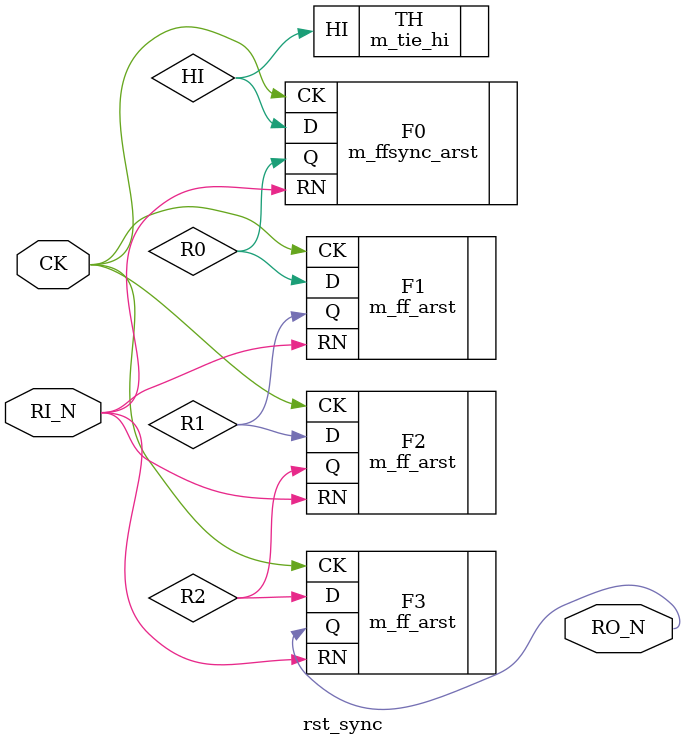
<source format=v>
module rst_sync(input RI_N, input CK, output RO_N);

    wire HI;
    wire R0, R1, R2;

    m_tie_hi      TH (.HI(HI));
    m_ffsync_arst F0 (.CK(CK), .RN(RI_N), .D(HI), .Q(R0));
    m_ff_arst     F1 (.CK(CK), .RN(RI_N), .D(R0), .Q(R1));
    m_ff_arst     F2 (.CK(CK), .RN(RI_N), .D(R1), .Q(R2));
    m_ff_arst     F3 (.CK(CK), .RN(RI_N), .D(R2), .Q(RO_N));

endmodule

</source>
